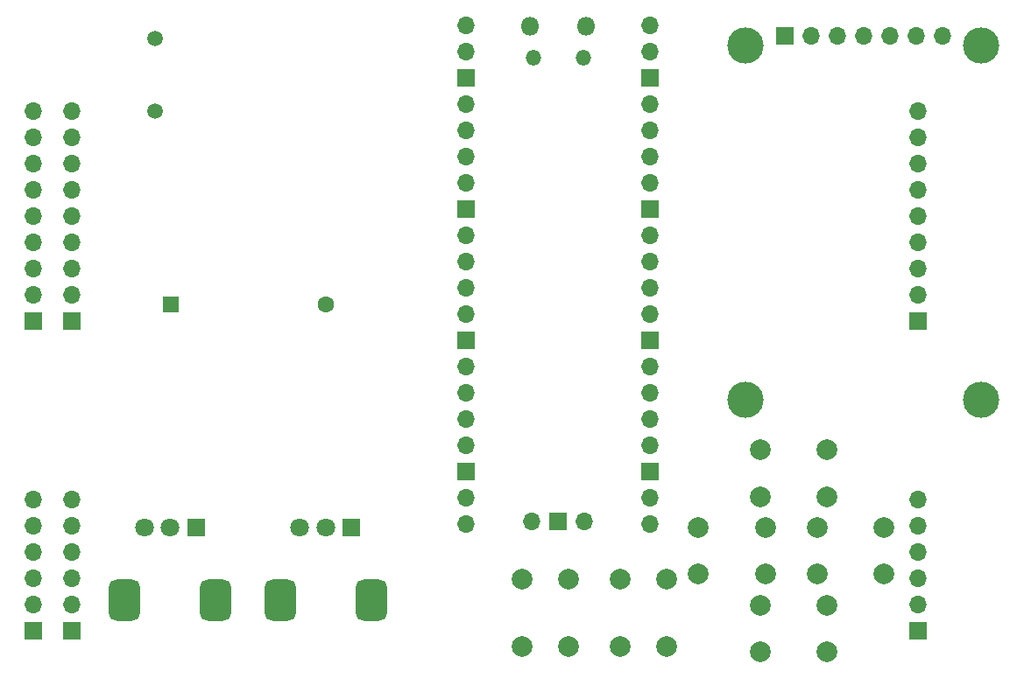
<source format=gbr>
%TF.GenerationSoftware,KiCad,Pcbnew,8.0.5*%
%TF.CreationDate,2024-11-07T12:09:30+00:00*%
%TF.ProjectId,RLab Keyboard,524c6162-204b-4657-9962-6f6172642e6b,rev?*%
%TF.SameCoordinates,Original*%
%TF.FileFunction,Soldermask,Bot*%
%TF.FilePolarity,Negative*%
%FSLAX46Y46*%
G04 Gerber Fmt 4.6, Leading zero omitted, Abs format (unit mm)*
G04 Created by KiCad (PCBNEW 8.0.5) date 2024-11-07 12:09:30*
%MOMM*%
%LPD*%
G01*
G04 APERTURE LIST*
G04 Aperture macros list*
%AMRoundRect*
0 Rectangle with rounded corners*
0 $1 Rounding radius*
0 $2 $3 $4 $5 $6 $7 $8 $9 X,Y pos of 4 corners*
0 Add a 4 corners polygon primitive as box body*
4,1,4,$2,$3,$4,$5,$6,$7,$8,$9,$2,$3,0*
0 Add four circle primitives for the rounded corners*
1,1,$1+$1,$2,$3*
1,1,$1+$1,$4,$5*
1,1,$1+$1,$6,$7*
1,1,$1+$1,$8,$9*
0 Add four rect primitives between the rounded corners*
20,1,$1+$1,$2,$3,$4,$5,0*
20,1,$1+$1,$4,$5,$6,$7,0*
20,1,$1+$1,$6,$7,$8,$9,0*
20,1,$1+$1,$8,$9,$2,$3,0*%
G04 Aperture macros list end*
%ADD10C,2.000000*%
%ADD11R,1.700000X1.700000*%
%ADD12O,1.700000X1.700000*%
%ADD13R,1.800000X1.800000*%
%ADD14C,1.800000*%
%ADD15RoundRect,0.750000X-0.750000X1.250000X-0.750000X-1.250000X0.750000X-1.250000X0.750000X1.250000X0*%
%ADD16C,1.500000*%
%ADD17R,1.600000X1.600000*%
%ADD18C,1.600000*%
%ADD19O,1.800000X1.800000*%
%ADD20O,1.500000X1.500000*%
%ADD21C,3.500000*%
G04 APERTURE END LIST*
D10*
%TO.C,SW6*%
X174500000Y-107500000D03*
X181000000Y-107500000D03*
X174500000Y-112000000D03*
X181000000Y-112000000D03*
%TD*%
D11*
%TO.C,J20*%
X108000000Y-110000000D03*
D12*
X108000000Y-107460000D03*
X108000000Y-104920000D03*
X108000000Y-102380000D03*
X108000000Y-99840000D03*
X108000000Y-97300000D03*
%TD*%
D13*
%TO.C,RV2*%
X135000000Y-100000000D03*
D14*
X132500000Y-100000000D03*
X130000000Y-100000000D03*
D15*
X136900000Y-107000000D03*
X128100000Y-107000000D03*
%TD*%
D10*
%TO.C,SW1*%
X156000000Y-105000000D03*
X156000000Y-111500000D03*
X151500000Y-105000000D03*
X151500000Y-111500000D03*
%TD*%
%TO.C,SW5*%
X174500000Y-92500000D03*
X181000000Y-92500000D03*
X174500000Y-97000000D03*
X181000000Y-97000000D03*
%TD*%
%TO.C,SW2*%
X165500000Y-105000000D03*
X165500000Y-111500000D03*
X161000000Y-105000000D03*
X161000000Y-111500000D03*
%TD*%
D16*
%TO.C,J17*%
X116000000Y-52700000D03*
X116000000Y-59700000D03*
%TD*%
D13*
%TO.C,RV1*%
X120000000Y-100000000D03*
D14*
X117500000Y-100000000D03*
X115000000Y-100000000D03*
D15*
X121900000Y-107000000D03*
X113100000Y-107000000D03*
%TD*%
D10*
%TO.C,SW3*%
X175000000Y-104500000D03*
X168500000Y-104500000D03*
X175000000Y-100000000D03*
X168500000Y-100000000D03*
%TD*%
D11*
%TO.C,J15*%
X108000000Y-80000000D03*
D12*
X108000000Y-77460000D03*
X108000000Y-74920000D03*
X108000000Y-72380000D03*
X108000000Y-69840000D03*
X108000000Y-67300000D03*
X108000000Y-64760000D03*
X108000000Y-62220000D03*
X108000000Y-59680000D03*
%TD*%
D11*
%TO.C,J16*%
X189750000Y-80000000D03*
D12*
X189750000Y-77460000D03*
X189750000Y-74920000D03*
X189750000Y-72380000D03*
X189750000Y-69840000D03*
X189750000Y-67300000D03*
X189750000Y-64760000D03*
X189750000Y-62220000D03*
X189750000Y-59680000D03*
%TD*%
D17*
%TO.C,LS1*%
X117560000Y-78410000D03*
D18*
X132560000Y-78410000D03*
%TD*%
D19*
%TO.C,A1*%
X152275000Y-51500000D03*
D20*
X152575000Y-54530000D03*
X157425000Y-54530000D03*
D19*
X157725000Y-51500000D03*
D12*
X146110000Y-51370000D03*
X146110000Y-53910000D03*
D11*
X146110000Y-56450000D03*
D12*
X146110000Y-58990000D03*
X146110000Y-61530000D03*
X146110000Y-64070000D03*
X146110000Y-66610000D03*
D11*
X146110000Y-69150000D03*
D12*
X146110000Y-71690000D03*
X146110000Y-74230000D03*
X146110000Y-76770000D03*
X146110000Y-79310000D03*
D11*
X146110000Y-81850000D03*
D12*
X146110000Y-84390000D03*
X146110000Y-86930000D03*
X146110000Y-89470000D03*
X146110000Y-92010000D03*
D11*
X146110000Y-94550000D03*
D12*
X146110000Y-97090000D03*
X146110000Y-99630000D03*
X163890000Y-99630000D03*
X163890000Y-97090000D03*
D11*
X163890000Y-94550000D03*
D12*
X163890000Y-92010000D03*
X163890000Y-89470000D03*
X163890000Y-86930000D03*
X163890000Y-84390000D03*
D11*
X163890000Y-81850000D03*
D12*
X163890000Y-79310000D03*
X163890000Y-76770000D03*
X163890000Y-74230000D03*
X163890000Y-71690000D03*
D11*
X163890000Y-69150000D03*
D12*
X163890000Y-66610000D03*
X163890000Y-64070000D03*
X163890000Y-61530000D03*
X163890000Y-58990000D03*
D11*
X163890000Y-56450000D03*
D12*
X163890000Y-53910000D03*
X163890000Y-51370000D03*
X152460000Y-99400000D03*
D11*
X155000000Y-99400000D03*
D12*
X157540000Y-99400000D03*
%TD*%
D21*
%TO.C,J13*%
X173110000Y-53390000D03*
X173110000Y-87610000D03*
D11*
X176880000Y-52390000D03*
D21*
X195890000Y-53390000D03*
X195890000Y-87610000D03*
D12*
X179420000Y-52390000D03*
X181960000Y-52390000D03*
X184500000Y-52390000D03*
X187040000Y-52390000D03*
X189580000Y-52390000D03*
X192120000Y-52390000D03*
%TD*%
D11*
%TO.C,J14*%
X104250000Y-80000000D03*
D12*
X104250000Y-77460000D03*
X104250000Y-74920000D03*
X104250000Y-72380000D03*
X104250000Y-69840000D03*
X104250000Y-67300000D03*
X104250000Y-64760000D03*
X104250000Y-62220000D03*
X104250000Y-59680000D03*
%TD*%
D11*
%TO.C,J18*%
X189750000Y-110000000D03*
D12*
X189750000Y-107460000D03*
X189750000Y-104920000D03*
X189750000Y-102380000D03*
X189750000Y-99840000D03*
X189750000Y-97300000D03*
%TD*%
D10*
%TO.C,SW4*%
X186500000Y-104500000D03*
X180000000Y-104500000D03*
X186500000Y-100000000D03*
X180000000Y-100000000D03*
%TD*%
D11*
%TO.C,J19*%
X104250000Y-110000000D03*
D12*
X104250000Y-107460000D03*
X104250000Y-104920000D03*
X104250000Y-102380000D03*
X104250000Y-99840000D03*
X104250000Y-97300000D03*
%TD*%
M02*

</source>
